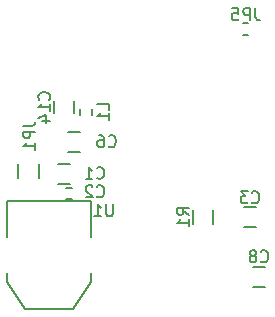
<source format=gbo>
G04 #@! TF.FileFunction,Legend,Bot*
%FSLAX46Y46*%
G04 Gerber Fmt 4.6, Leading zero omitted, Abs format (unit mm)*
G04 Created by KiCad (PCBNEW (2016-08-08 BZR 7014)-stable) date Tue Aug  9 20:31:53 2016*
%MOMM*%
%LPD*%
G01*
G04 APERTURE LIST*
%ADD10C,0.100000*%
%ADD11C,0.150000*%
G04 APERTURE END LIST*
D10*
D11*
X88100000Y-98650000D02*
X89100000Y-98650000D01*
X89100000Y-100350000D02*
X88100000Y-100350000D01*
X88800000Y-100625000D02*
X89300000Y-100625000D01*
X89300000Y-101575000D02*
X88800000Y-101575000D01*
X104875000Y-103950000D02*
X103875000Y-103950000D01*
X103875000Y-102250000D02*
X104875000Y-102250000D01*
X88950000Y-95925000D02*
X89950000Y-95925000D01*
X89950000Y-97625000D02*
X88950000Y-97625000D01*
X105625000Y-109050000D02*
X104625000Y-109050000D01*
X104625000Y-107350000D02*
X105625000Y-107350000D01*
X87800000Y-94325000D02*
X87800000Y-93325000D01*
X89500000Y-93325000D02*
X89500000Y-94325000D01*
X84725000Y-98650000D02*
X84725000Y-99850000D01*
X86475000Y-99850000D02*
X86475000Y-98650000D01*
X91025000Y-93950000D02*
X91025000Y-94450000D01*
X89975000Y-94450000D02*
X89975000Y-93950000D01*
X101275000Y-103700000D02*
X101275000Y-102500000D01*
X99525000Y-102500000D02*
X99525000Y-103700000D01*
X83844000Y-104776000D02*
X83844000Y-101728000D01*
X83844000Y-101728000D02*
X90956000Y-101728000D01*
X90956000Y-101728000D02*
X90956000Y-104776000D01*
X83844000Y-107824000D02*
X83844000Y-108586000D01*
X83844000Y-108586000D02*
X85368000Y-110872000D01*
X85368000Y-110872000D02*
X89432000Y-110872000D01*
X89432000Y-110872000D02*
X90956000Y-108586000D01*
X90956000Y-108586000D02*
X90956000Y-107824000D01*
X103750000Y-86725000D02*
X104250000Y-86725000D01*
X104250000Y-87675000D02*
X103750000Y-87675000D01*
X91416666Y-99807142D02*
X91464285Y-99854761D01*
X91607142Y-99902380D01*
X91702380Y-99902380D01*
X91845238Y-99854761D01*
X91940476Y-99759523D01*
X91988095Y-99664285D01*
X92035714Y-99473809D01*
X92035714Y-99330952D01*
X91988095Y-99140476D01*
X91940476Y-99045238D01*
X91845238Y-98950000D01*
X91702380Y-98902380D01*
X91607142Y-98902380D01*
X91464285Y-98950000D01*
X91416666Y-98997619D01*
X90464285Y-99902380D02*
X91035714Y-99902380D01*
X90750000Y-99902380D02*
X90750000Y-98902380D01*
X90845238Y-99045238D01*
X90940476Y-99140476D01*
X91035714Y-99188095D01*
X91416666Y-101357142D02*
X91464285Y-101404761D01*
X91607142Y-101452380D01*
X91702380Y-101452380D01*
X91845238Y-101404761D01*
X91940476Y-101309523D01*
X91988095Y-101214285D01*
X92035714Y-101023809D01*
X92035714Y-100880952D01*
X91988095Y-100690476D01*
X91940476Y-100595238D01*
X91845238Y-100500000D01*
X91702380Y-100452380D01*
X91607142Y-100452380D01*
X91464285Y-100500000D01*
X91416666Y-100547619D01*
X91035714Y-100547619D02*
X90988095Y-100500000D01*
X90892857Y-100452380D01*
X90654761Y-100452380D01*
X90559523Y-100500000D01*
X90511904Y-100547619D01*
X90464285Y-100642857D01*
X90464285Y-100738095D01*
X90511904Y-100880952D01*
X91083333Y-101452380D01*
X90464285Y-101452380D01*
X104541666Y-101857142D02*
X104589285Y-101904761D01*
X104732142Y-101952380D01*
X104827380Y-101952380D01*
X104970238Y-101904761D01*
X105065476Y-101809523D01*
X105113095Y-101714285D01*
X105160714Y-101523809D01*
X105160714Y-101380952D01*
X105113095Y-101190476D01*
X105065476Y-101095238D01*
X104970238Y-101000000D01*
X104827380Y-100952380D01*
X104732142Y-100952380D01*
X104589285Y-101000000D01*
X104541666Y-101047619D01*
X104208333Y-100952380D02*
X103589285Y-100952380D01*
X103922619Y-101333333D01*
X103779761Y-101333333D01*
X103684523Y-101380952D01*
X103636904Y-101428571D01*
X103589285Y-101523809D01*
X103589285Y-101761904D01*
X103636904Y-101857142D01*
X103684523Y-101904761D01*
X103779761Y-101952380D01*
X104065476Y-101952380D01*
X104160714Y-101904761D01*
X104208333Y-101857142D01*
X92416666Y-97107142D02*
X92464285Y-97154761D01*
X92607142Y-97202380D01*
X92702380Y-97202380D01*
X92845238Y-97154761D01*
X92940476Y-97059523D01*
X92988095Y-96964285D01*
X93035714Y-96773809D01*
X93035714Y-96630952D01*
X92988095Y-96440476D01*
X92940476Y-96345238D01*
X92845238Y-96250000D01*
X92702380Y-96202380D01*
X92607142Y-96202380D01*
X92464285Y-96250000D01*
X92416666Y-96297619D01*
X91559523Y-96202380D02*
X91750000Y-96202380D01*
X91845238Y-96250000D01*
X91892857Y-96297619D01*
X91988095Y-96440476D01*
X92035714Y-96630952D01*
X92035714Y-97011904D01*
X91988095Y-97107142D01*
X91940476Y-97154761D01*
X91845238Y-97202380D01*
X91654761Y-97202380D01*
X91559523Y-97154761D01*
X91511904Y-97107142D01*
X91464285Y-97011904D01*
X91464285Y-96773809D01*
X91511904Y-96678571D01*
X91559523Y-96630952D01*
X91654761Y-96583333D01*
X91845238Y-96583333D01*
X91940476Y-96630952D01*
X91988095Y-96678571D01*
X92035714Y-96773809D01*
X105291666Y-106857142D02*
X105339285Y-106904761D01*
X105482142Y-106952380D01*
X105577380Y-106952380D01*
X105720238Y-106904761D01*
X105815476Y-106809523D01*
X105863095Y-106714285D01*
X105910714Y-106523809D01*
X105910714Y-106380952D01*
X105863095Y-106190476D01*
X105815476Y-106095238D01*
X105720238Y-106000000D01*
X105577380Y-105952380D01*
X105482142Y-105952380D01*
X105339285Y-106000000D01*
X105291666Y-106047619D01*
X104720238Y-106380952D02*
X104815476Y-106333333D01*
X104863095Y-106285714D01*
X104910714Y-106190476D01*
X104910714Y-106142857D01*
X104863095Y-106047619D01*
X104815476Y-106000000D01*
X104720238Y-105952380D01*
X104529761Y-105952380D01*
X104434523Y-106000000D01*
X104386904Y-106047619D01*
X104339285Y-106142857D01*
X104339285Y-106190476D01*
X104386904Y-106285714D01*
X104434523Y-106333333D01*
X104529761Y-106380952D01*
X104720238Y-106380952D01*
X104815476Y-106428571D01*
X104863095Y-106476190D01*
X104910714Y-106571428D01*
X104910714Y-106761904D01*
X104863095Y-106857142D01*
X104815476Y-106904761D01*
X104720238Y-106952380D01*
X104529761Y-106952380D01*
X104434523Y-106904761D01*
X104386904Y-106857142D01*
X104339285Y-106761904D01*
X104339285Y-106571428D01*
X104386904Y-106476190D01*
X104434523Y-106428571D01*
X104529761Y-106380952D01*
X87357142Y-93182142D02*
X87404761Y-93134523D01*
X87452380Y-92991666D01*
X87452380Y-92896428D01*
X87404761Y-92753571D01*
X87309523Y-92658333D01*
X87214285Y-92610714D01*
X87023809Y-92563095D01*
X86880952Y-92563095D01*
X86690476Y-92610714D01*
X86595238Y-92658333D01*
X86500000Y-92753571D01*
X86452380Y-92896428D01*
X86452380Y-92991666D01*
X86500000Y-93134523D01*
X86547619Y-93182142D01*
X87452380Y-94134523D02*
X87452380Y-93563095D01*
X87452380Y-93848809D02*
X86452380Y-93848809D01*
X86595238Y-93753571D01*
X86690476Y-93658333D01*
X86738095Y-93563095D01*
X86785714Y-94991666D02*
X87452380Y-94991666D01*
X86404761Y-94753571D02*
X87119047Y-94515476D01*
X87119047Y-95134523D01*
X85202380Y-95416666D02*
X85916666Y-95416666D01*
X86059523Y-95369047D01*
X86154761Y-95273809D01*
X86202380Y-95130952D01*
X86202380Y-95035714D01*
X86202380Y-95892857D02*
X85202380Y-95892857D01*
X85202380Y-96273809D01*
X85250000Y-96369047D01*
X85297619Y-96416666D01*
X85392857Y-96464285D01*
X85535714Y-96464285D01*
X85630952Y-96416666D01*
X85678571Y-96369047D01*
X85726190Y-96273809D01*
X85726190Y-95892857D01*
X86202380Y-97416666D02*
X86202380Y-96845238D01*
X86202380Y-97130952D02*
X85202380Y-97130952D01*
X85345238Y-97035714D01*
X85440476Y-96940476D01*
X85488095Y-96845238D01*
X92452380Y-94033333D02*
X92452380Y-93557142D01*
X91452380Y-93557142D01*
X92452380Y-94890476D02*
X92452380Y-94319047D01*
X92452380Y-94604761D02*
X91452380Y-94604761D01*
X91595238Y-94509523D01*
X91690476Y-94414285D01*
X91738095Y-94319047D01*
X99202380Y-102933333D02*
X98726190Y-102600000D01*
X99202380Y-102361904D02*
X98202380Y-102361904D01*
X98202380Y-102742857D01*
X98250000Y-102838095D01*
X98297619Y-102885714D01*
X98392857Y-102933333D01*
X98535714Y-102933333D01*
X98630952Y-102885714D01*
X98678571Y-102838095D01*
X98726190Y-102742857D01*
X98726190Y-102361904D01*
X99202380Y-103885714D02*
X99202380Y-103314285D01*
X99202380Y-103600000D02*
X98202380Y-103600000D01*
X98345238Y-103504761D01*
X98440476Y-103409523D01*
X98488095Y-103314285D01*
X92761904Y-102050380D02*
X92761904Y-102859904D01*
X92714285Y-102955142D01*
X92666666Y-103002761D01*
X92571428Y-103050380D01*
X92380952Y-103050380D01*
X92285714Y-103002761D01*
X92238095Y-102955142D01*
X92190476Y-102859904D01*
X92190476Y-102050380D01*
X91190476Y-103050380D02*
X91761904Y-103050380D01*
X91476190Y-103050380D02*
X91476190Y-102050380D01*
X91571428Y-102193238D01*
X91666666Y-102288476D01*
X91761904Y-102336095D01*
X104833333Y-85452380D02*
X104833333Y-86166666D01*
X104880952Y-86309523D01*
X104976190Y-86404761D01*
X105119047Y-86452380D01*
X105214285Y-86452380D01*
X104357142Y-86452380D02*
X104357142Y-85452380D01*
X103976190Y-85452380D01*
X103880952Y-85500000D01*
X103833333Y-85547619D01*
X103785714Y-85642857D01*
X103785714Y-85785714D01*
X103833333Y-85880952D01*
X103880952Y-85928571D01*
X103976190Y-85976190D01*
X104357142Y-85976190D01*
X102880952Y-85452380D02*
X103357142Y-85452380D01*
X103404761Y-85928571D01*
X103357142Y-85880952D01*
X103261904Y-85833333D01*
X103023809Y-85833333D01*
X102928571Y-85880952D01*
X102880952Y-85928571D01*
X102833333Y-86023809D01*
X102833333Y-86261904D01*
X102880952Y-86357142D01*
X102928571Y-86404761D01*
X103023809Y-86452380D01*
X103261904Y-86452380D01*
X103357142Y-86404761D01*
X103404761Y-86357142D01*
M02*

</source>
